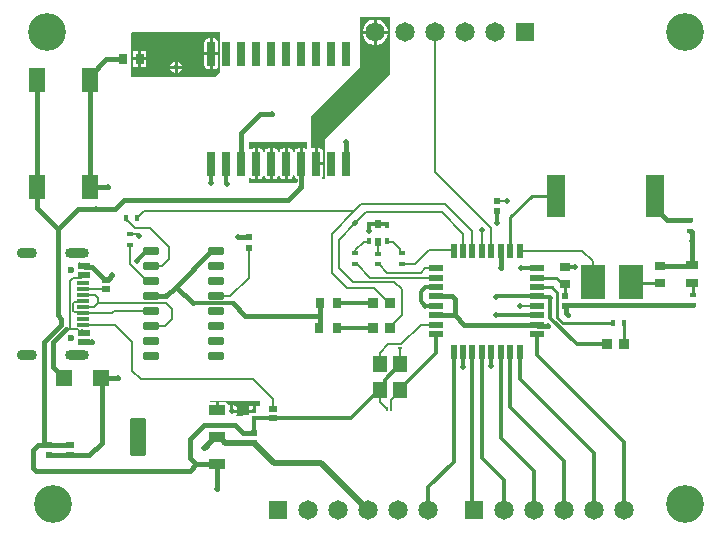
<source format=gtl>
%FSTAX23Y23*%
%MOIN*%
%SFA1B1*%

%IPPOS*%
%AMD16*
4,1,8,0.022700,0.012200,-0.022700,0.012200,-0.025800,0.009200,-0.025800,-0.009200,-0.022700,-0.012200,0.022700,-0.012200,0.025800,-0.009200,0.025800,0.009200,0.022700,0.012200,0.0*
1,1,0.006102,0.022700,0.009200*
1,1,0.006102,-0.022700,0.009200*
1,1,0.006102,-0.022700,-0.009200*
1,1,0.006102,0.022700,-0.009200*
%
%AMD20*
4,1,8,-0.025800,0.059900,-0.025800,-0.059900,-0.021900,-0.063800,0.021900,-0.063800,0.025800,-0.059900,0.025800,0.059900,0.021900,0.063800,-0.021900,0.063800,-0.025800,0.059900,0.0*
1,1,0.007740,-0.021900,0.059900*
1,1,0.007740,-0.021900,-0.059900*
1,1,0.007740,0.021900,-0.059900*
1,1,0.007740,0.021900,0.059900*
%
%AMD21*
4,1,8,-0.025800,0.015600,-0.025800,-0.015600,-0.023000,-0.018300,0.023000,-0.018300,0.025800,-0.015600,0.025800,0.015600,0.023000,0.018300,-0.023000,0.018300,-0.025800,0.015600,0.0*
1,1,0.005496,-0.023000,0.015600*
1,1,0.005496,-0.023000,-0.015600*
1,1,0.005496,0.023000,-0.015600*
1,1,0.005496,0.023000,0.015600*
%
%AMD42*
4,1,8,-0.013000,0.037500,-0.013000,-0.037500,-0.009800,-0.040700,0.009800,-0.040700,0.013000,-0.037500,0.013000,0.037500,0.009800,0.040700,-0.009800,0.040700,-0.013000,0.037500,0.0*
1,1,0.006496,-0.009800,0.037500*
1,1,0.006496,-0.009800,-0.037500*
1,1,0.006496,0.009800,-0.037500*
1,1,0.006496,0.009800,0.037500*
%
%ADD10C,0.007874*%
%ADD15C,0.010000*%
G04~CAMADD=16~8~0.0~0.0~515.7~244.1~30.5~0.0~15~0.0~0.0~0.0~0.0~0~0.0~0.0~0.0~0.0~0~0.0~0.0~0.0~0.0~515.7~244.1*
%ADD16D16*%
%ADD17R,0.055118X0.082677*%
%ADD18R,0.044882X0.011811*%
%ADD19R,0.044882X0.023622*%
G04~CAMADD=20~8~0.0~0.0~1275.6~515.7~38.7~0.0~15~0.0~0.0~0.0~0.0~0~0.0~0.0~0.0~0.0~0~0.0~0.0~0.0~90.0~516.0~1276.0*
%ADD20D20*%
G04~CAMADD=21~8~0.0~0.0~366.1~515.7~27.5~0.0~15~0.0~0.0~0.0~0.0~0~0.0~0.0~0.0~0.0~0~0.0~0.0~0.0~90.0~516.0~366.0*
%ADD21D21*%
%ADD22R,0.047244X0.055118*%
%ADD23R,0.023622X0.021260*%
%ADD24R,0.022000X0.050000*%
%ADD25R,0.050000X0.022000*%
%ADD26R,0.055118X0.055118*%
%ADD27R,0.040000X0.031496*%
%ADD28R,0.078740X0.118110*%
%ADD29R,0.027000X0.018701*%
%ADD30R,0.026378X0.023622*%
%ADD31R,0.019685X0.027559*%
%ADD32R,0.015748X0.021654*%
%ADD33R,0.031890X0.036614*%
%ADD34R,0.011811X0.006890*%
%ADD35R,0.006890X0.011811*%
%ADD36R,0.015748X0.014961*%
%ADD37R,0.060000X0.140000*%
%ADD38R,0.035433X0.025591*%
%ADD39R,0.025591X0.035433*%
%ADD40R,0.023622X0.015748*%
%ADD41R,0.015748X0.023622*%
G04~CAMADD=42~8~0.0~0.0~815.0~260.0~32.5~0.0~15~0.0~0.0~0.0~0.0~0~0.0~0.0~0.0~0.0~0~0.0~0.0~0.0~90.0~260.0~815.0*
%ADD42D42*%
%ADD77C,0.015748*%
%ADD78C,0.011811*%
%ADD79C,0.019685*%
%ADD80R,0.064960X0.064960*%
%ADD81C,0.064960*%
%ADD82O,0.066929X0.035433*%
%ADD83O,0.078740X0.035433*%
%ADD84C,0.023622*%
%ADD85C,0.125984*%
%ADD86C,0.019685*%
%LNTop-1*%
%LPD*%
G36*
X00692Y01578D02*
X00677Y01562D01*
X00397*
Y01708*
X00401Y01712*
X00692*
Y01578*
G37*
G36*
X00984Y01345D02*
Y01325D01*
X0098Y01323*
X00979Y01323*
X00974Y01324*
X00969*
Y01273*
X00959*
Y01324*
X00955*
X00949Y01323*
X00945Y0132*
X00942Y01316*
X00941Y01312*
X00937*
X00936Y01316*
X00934Y0132*
X00929Y01323*
X00924Y01324*
X00919*
Y01273*
Y01222*
X00924*
X00929Y01223*
X00934Y01226*
X00936Y01231*
X00937Y01234*
X00941*
X00942Y01231*
X00945Y01226*
X00949Y01223*
X00952Y01223*
Y01213*
X00948Y01208*
X00791*
Y01225*
X00795Y01227*
X00795Y01226*
X00799Y01223*
X00805Y01222*
X00809*
Y01273*
Y01324*
X00805*
X00799Y01323*
X00795Y0132*
X00795Y0132*
X00791Y01321*
Y01346*
X0098*
X0098Y01346*
X00984Y01345*
G37*
G36*
X01261Y0157D02*
X01042Y01351D01*
Y01222*
X01034*
X01033Y01226*
X01034Y01226*
X01036Y01231*
X01038Y01236*
Y01268*
X01014*
Y01273*
X01009*
Y01324*
X01005*
X01Y01324*
X00997Y01326*
Y01433*
X0116Y01596*
Y01762*
X01261*
Y0157*
G37*
G36*
X00826Y00468D02*
X00824Y00465D01*
X00812*
Y00448*
X00807*
Y00443*
X00789*
Y00436*
X00748Y00431*
X00747Y00435*
X00749Y00437*
X00751Y00443*
X00732*
Y00448*
X00727*
Y00468*
X00724Y00467*
X0072Y00469*
X00719Y0047*
X00717Y00475*
X00712Y00477*
X00707Y00478*
X00689*
Y0045*
X00679*
Y00478*
X00663*
X00661Y00482*
X00661Y00482*
X00661Y00483*
X00826*
Y00468*
G37*
%LNTop-2*%
%LPC*%
G36*
X00674Y0169D02*
X00669D01*
Y01644*
X00688*
Y01677*
X00686Y01682*
X00684Y01686*
X00679Y01689*
X00674Y0169*
G37*
G36*
X00659D02*
X00655D01*
X00649Y01689*
X00645Y01686*
X00642Y01682*
X00641Y01677*
Y01644*
X00659*
Y0169*
G37*
G36*
X00448Y01649D02*
X00431D01*
Y01627*
X00448*
Y01649*
G37*
G36*
X00421D02*
X00403D01*
Y01627*
X00421*
Y01649*
G37*
G36*
X00552Y01613D02*
Y01599D01*
X00566*
X00564Y01605*
X00558Y01611*
X00552Y01613*
G37*
G36*
X00542D02*
X00536Y01611D01*
X0053Y01605*
X00527Y01599*
X00542*
Y01613*
G37*
G36*
X00448Y01617D02*
X00431D01*
Y01594*
X00448*
Y01617*
G37*
G36*
X00421D02*
X00403D01*
Y01594*
X00421*
Y01617*
G37*
G36*
X00688Y01634D02*
X00669D01*
Y01588*
X00674*
X00679Y01589*
X00684Y01592*
X00686Y01596*
X00688Y01602*
Y01634*
G37*
G36*
X00659D02*
X00641D01*
Y01602*
X00642Y01596*
X00645Y01592*
X00649Y01589*
X00655Y01588*
X00659*
Y01634*
G37*
G36*
X00566Y01589D02*
X00552D01*
Y01575*
X00558Y01577*
X00564Y01583*
X00566Y01589*
G37*
G36*
X00542D02*
X00527D01*
X0053Y01583*
X00536Y01577*
X00542Y01575*
Y01589*
G37*
G36*
X00909Y01324D02*
X00905D01*
X00899Y01323*
X00895Y0132*
X00892Y01316*
X00891Y01312*
X00887*
X00886Y01316*
X00884Y0132*
X00879Y01323*
X00874Y01324*
X00869*
Y01273*
Y01222*
X00874*
X00879Y01223*
X00884Y01226*
X00886Y01231*
X00887Y01234*
X00891*
X00892Y01231*
X00895Y01226*
X00899Y01223*
X00905Y01222*
X00909*
Y01273*
Y01324*
G37*
G36*
X00859D02*
X00855D01*
X00849Y01323*
X00845Y0132*
X00842Y01316*
X00841Y01312*
X00837*
X00836Y01316*
X00834Y0132*
X00829Y01323*
X00824Y01324*
X00819*
Y01273*
Y01222*
X00824*
X00829Y01223*
X00834Y01226*
X00836Y01231*
X00837Y01234*
X00841*
X00842Y01231*
X00845Y01226*
X00849Y01223*
X00855Y01222*
X00859*
Y01273*
Y01324*
G37*
G36*
X01217Y01753D02*
X01216D01*
Y01715*
X01254*
Y01716*
X01251Y01727*
X01245Y01736*
X01237Y01744*
X01228Y0175*
X01217Y01753*
G37*
G36*
X01206D02*
X01206D01*
X01195Y0175*
X01185Y01744*
X01177Y01736*
X01172Y01727*
X01169Y01716*
Y01715*
X01206*
Y01753*
G37*
G36*
X01254Y01705D02*
X01216D01*
Y01668*
X01217*
X01228Y01671*
X01237Y01676*
X01245Y01684*
X01251Y01694*
X01254Y01705*
Y01705*
G37*
G36*
X01206D02*
X01169D01*
Y01705*
X01172Y01694*
X01177Y01684*
X01185Y01676*
X01195Y01671*
X01206Y01668*
X01206*
Y01705*
G37*
G36*
X01024Y01324D02*
X01019D01*
Y01278*
X01038*
Y01311*
X01036Y01316*
X01034Y0132*
X01029Y01323*
X01024Y01324*
G37*
G36*
X00737Y00468D02*
Y00453D01*
X00751*
X00749Y0046*
X00743Y00465*
X00737Y00468*
G37*
G36*
X00802Y00465D02*
X00789D01*
Y00453*
X00802*
Y00465*
G37*
%LNTop-3*%
%LPD*%
G54D10*
X01295Y00604D02*
Y00657D01*
X01937Y00877D02*
Y00948D01*
X01692Y00983D02*
X01901D01*
X01937Y00948*
X01411Y01245D02*
Y0171D01*
Y01245D02*
X01598Y01059D01*
Y00983D02*
Y01059D01*
X01692Y00799D02*
X01751D01*
X01692D02*
D01*
X01618Y01149D02*
X01649D01*
X01297Y00671D02*
X01362Y00736D01*
X01413*
X01295Y00671D02*
X01297D01*
X01228Y00478D02*
X0125Y00456D01*
X01228Y00478D02*
Y00517D01*
X01293Y00519D02*
Y00523D01*
Y00515D02*
Y00519D01*
X01263Y00456D02*
Y00486D01*
X01293Y00515*
X01226Y00606D02*
Y00643D01*
X01253Y00671D02*
X01295D01*
X01226Y00643D02*
X01253Y00671D01*
X00153Y00952D02*
X00153D01*
X00231Y00933D02*
X00239D01*
X00223Y0094D02*
X00231Y00933D01*
X00192Y0072D02*
Y00881D01*
X00204Y00893D02*
X00231D01*
X00239Y00901*
X00192Y00881D02*
X00204Y00893D01*
X00192Y0072D02*
X0022D01*
X00181D02*
X00192D01*
X00287Y00807D02*
X00515D01*
X00535Y00787*
Y00755D02*
Y00787D01*
X00511Y00732D02*
X00535Y00755D01*
X00462Y00732D02*
X00511D01*
X00238Y00795D02*
X00275D01*
X00287Y00807D02*
Y00825D01*
X00275Y00795D02*
X00287Y00807D01*
X00238Y00834D02*
X00278D01*
X00287Y00825*
X00204Y00808D02*
X00209Y00812D01*
X00204Y00782D02*
Y00808D01*
Y00782D02*
X00209Y00777D01*
X00236*
X00209Y00812D02*
X00236D01*
X00238Y00814*
X00236Y00777D02*
X00238Y00775D01*
X0022Y0072D02*
X00225Y00715D01*
X00233*
X00439Y01114D02*
X01141D01*
X01066Y01039D02*
X01141Y01114D01*
X01165Y01137*
X00416Y0109D02*
X00439Y01114D01*
X01566Y00983D02*
Y01051D01*
D01*
X00238Y00854D02*
X00239Y00854D01*
X00314D02*
X00314Y00854D01*
X00239Y00854D02*
X00314D01*
X0087Y00456D02*
Y00488D01*
X00429Y00555D02*
X00803D01*
X0087Y00488*
X00401Y00582D02*
X00429Y00555D01*
X00401Y00582D02*
Y00677D01*
X00342Y00736D02*
X00401Y00677D01*
X00238Y00736D02*
X00342D01*
X00238Y00775D02*
X00334D01*
X00341Y00782D02*
X00462D01*
X00334Y00775D02*
X00341Y00782D01*
X0068Y0083D02*
X00728D01*
X00679Y00832D02*
X0068Y0083D01*
X00791Y00893D02*
Y00993D01*
X00728Y0083D02*
X00791Y00893D01*
X01145Y01074D02*
X01181Y0111D01*
X0109Y01019D02*
X01145Y01074D01*
X00418Y01038D02*
X00425Y01031D01*
X00393Y01038D02*
X00418D01*
X00393Y00937D02*
X00449Y00882D01*
X00393Y00937D02*
Y01001D01*
X00449Y00882D02*
X00462D01*
Y00932D02*
X00499D01*
X00523Y00956*
Y00996*
X0046Y01059D02*
X00523Y00996D01*
X00411Y01059D02*
X0046D01*
X00383Y01082D02*
X00387D01*
X00411Y01059*
X00379Y01086D02*
Y0109D01*
Y01086D02*
X00383Y01082D01*
X01444Y01137D02*
X01535Y01047D01*
Y00983D02*
Y01047D01*
X01165Y01137D02*
X01444D01*
X01066Y00909D02*
X01118Y00858D01*
X01066Y00909D02*
Y01039D01*
X01118Y00858D02*
X01208D01*
X01259Y00807D02*
Y00809D01*
X01247Y00821D02*
X01259Y00809D01*
X01245Y00821D02*
X01247D01*
X01208Y00858D02*
X01245Y00821D01*
X01503Y00983D02*
Y01039D01*
X01433Y0111D02*
X01503Y01039D01*
X01181Y0111D02*
X01433D01*
X0109Y00925D02*
Y01019D01*
Y00925D02*
X01137Y00877D01*
X01275*
X01299Y00854*
Y00767D02*
Y00854D01*
X01259Y00727D02*
X01299Y00767D01*
X01259Y00725D02*
Y00727D01*
X01295Y00978D02*
X01299Y00974D01*
X01295Y00978D02*
Y00988D01*
X01271Y01011D02*
X01295Y00988D01*
X01252Y01011D02*
X01271D01*
X01249Y01015D02*
Y01016D01*
Y01015D02*
X01252Y01011D01*
X01145Y00974D02*
Y00984D01*
Y00974D02*
D01*
X01172Y0101D02*
X01187D01*
X01191Y01014D02*
Y01016D01*
X01187Y0101D02*
X01191Y01014D01*
X01145Y00984D02*
X01172Y0101D01*
X0122Y00973D02*
Y01013D01*
X01295Y00974D02*
X01299D01*
X01472Y00984D02*
X01472Y00983D01*
X01389Y00984D02*
X01472D01*
X01299Y00937D02*
X01343D01*
X01389Y00984*
X01362Y00909D02*
X01377Y00925D01*
X01413*
X01251Y00909D02*
X01362D01*
X01224Y00937D02*
X01251Y00909D01*
X0122Y00937D02*
X01224D01*
X01149Y00937D02*
X01193Y00893D01*
X01413*
X01145Y00937D02*
X01149D01*
G54D15*
X01818Y00759D02*
X01836Y00742D01*
X01818Y00759D02*
Y00842D01*
X01799Y00862D02*
X01818Y00842D01*
X01751Y00862D02*
X01799D01*
X01751Y00893D02*
X01813D01*
X01732Y01165D02*
X01814D01*
X01837Y0087D02*
X01842D01*
X01813Y00893D02*
X01837Y0087D01*
X01842Y00833D02*
Y0087D01*
X01836Y00742D02*
X02005D01*
X02268Y00876D02*
X02271Y00874D01*
Y00836D02*
Y00874D01*
X02041Y00673D02*
Y00742D01*
X02039Y00671D02*
X02041Y00673D01*
X02062Y00877D02*
X02064Y00875D01*
X02161*
X01661Y00983D02*
Y01094D01*
X01732Y01165*
G54D16*
X00679Y00982D03*
Y00932D03*
Y00882D03*
Y00832D03*
Y00782D03*
Y00732D03*
Y00682D03*
Y00632D03*
X00462D03*
Y00682D03*
Y00732D03*
Y00782D03*
Y00832D03*
Y00882D03*
Y00932D03*
Y00982D03*
G54D17*
X00259Y01553D03*
Y01194D03*
X00082D03*
Y01553D03*
G54D18*
X00238Y00736D03*
Y00755D03*
Y00775D03*
Y00795D03*
Y00874D03*
Y00854D03*
Y00834D03*
Y00814D03*
G54D19*
X00239Y00901D03*
Y00709D03*
Y00677D03*
Y00933D03*
G54D20*
X00421Y0036D03*
G54D21*
X00684Y0045D03*
Y0036D03*
Y0027D03*
G54D22*
X01293Y00606D03*
Y00519D03*
X01226D03*
Y00606D03*
G54D23*
X01842Y00833D03*
Y00799D03*
X00125Y00335D03*
Y00301D03*
X00807Y00341D03*
Y00375D03*
X00791Y01027D03*
Y00993D03*
X01618Y01149D03*
Y01115D03*
G54D24*
X01472Y00983D03*
X01503D03*
X01535D03*
X01566D03*
X01598D03*
X01629D03*
X01661D03*
X01692D03*
Y00645D03*
X01661D03*
X01629D03*
X01598D03*
X01566D03*
X01535D03*
X01503D03*
X01472D03*
G54D25*
X01751Y00925D03*
Y00893D03*
Y00862D03*
Y0083D03*
Y00799D03*
Y00767D03*
Y00736D03*
Y00704D03*
X01413D03*
Y00736D03*
Y00767D03*
Y00799D03*
Y0083D03*
Y00862D03*
Y00893D03*
Y00925D03*
G54D26*
X00297Y00559D03*
X00174D03*
G54D27*
X02268Y00876D03*
Y00934D03*
G54D28*
X01937Y00877D03*
X02062D03*
G54D29*
X00314Y00886D03*
Y00854D03*
X0087Y00456D03*
Y00424D03*
G54D30*
X00192Y00301D03*
Y00335D03*
G54D31*
X0122Y01013D03*
Y01072D03*
G54D32*
X01249Y01016D03*
Y01069D03*
X01191Y01016D03*
Y01069D03*
G54D33*
X01259Y00725D03*
X01204D03*
X01259Y00807D03*
X01204D03*
X01984Y00671D03*
X02039D03*
G54D34*
X01295Y00657D03*
Y00671D03*
G54D35*
X01249Y00456D03*
X01263D03*
G54D36*
X00807Y00425D03*
Y00448D03*
G54D37*
X02145Y01165D03*
X01814D03*
G54D38*
X02161Y00875D03*
Y00933D03*
X01842Y0087D03*
Y00927D03*
G54D39*
X01082Y00725D03*
X01025D03*
X01083Y00807D03*
X01026D03*
X00426Y01622D03*
X00369D03*
G54D40*
X02259Y01049D03*
Y01085D03*
X02271Y00836D03*
Y008D03*
X00393Y01001D03*
Y01038D03*
X01145Y00974D03*
Y00937D03*
X0122Y00973D03*
Y00937D03*
X01299Y00974D03*
Y00937D03*
G54D41*
X00379Y0109D03*
X00416D03*
X02041Y00742D03*
X02005D03*
G54D42*
X00664Y01639D03*
X00714D03*
X00764D03*
X00814D03*
X00864D03*
X00914D03*
X00964D03*
X01014D03*
X01064D03*
X01114D03*
Y01273D03*
X01064D03*
X01014D03*
X00964D03*
X00914D03*
X00864D03*
X00814D03*
X00764D03*
X00714D03*
X00664D03*
G54D77*
X01843Y00799D02*
X01846Y00796D01*
X01842Y00799D02*
X01843D01*
X01846Y00776D02*
Y00796D01*
Y00776D02*
X01854Y00768D01*
Y00767D02*
Y00768D01*
X02268Y00934D02*
Y01044D01*
X00165Y00736D02*
Y00755D01*
X00106Y00335D02*
Y00677D01*
X01629Y00925D02*
Y00983D01*
X00826Y01437D02*
X00866D01*
X00764Y01375D02*
X00826Y01437D01*
X00764Y01273D02*
Y01375D01*
X00267Y00677D02*
X00267Y00677D01*
X00239Y00677D02*
X00267D01*
X00239Y00677D02*
X00239Y00677D01*
X00153Y01055D02*
X0022Y01122D01*
X00279*
X00153Y00767D02*
X00165Y00755D01*
X00153Y00952D02*
Y01055D01*
X00153Y00767D02*
Y00952D01*
X00082Y01125D02*
X00153Y01055D01*
X00082Y01125D02*
Y01194D01*
Y01553*
X00684Y00189D02*
Y0027D01*
Y00189D02*
X00685Y00188D01*
X00137Y00595D02*
Y00677D01*
X00181Y0072*
X01114Y01273D02*
Y01345D01*
X01114Y01346D02*
X01114Y01345D01*
X01026Y00725D02*
Y00766D01*
Y00806D02*
X01026Y00807D01*
X01026Y00766D02*
Y00806D01*
X01025Y00725D02*
X01026Y00725D01*
X00297Y00559D02*
X00354D01*
X00921Y01153D02*
X00964Y01196D01*
X00374Y01153D02*
X00921D01*
X00342Y01122D02*
X00374Y01153D01*
X00279Y01122D02*
X00342D01*
X00314Y00886D02*
X00319D01*
X00334Y00901*
X00546Y00862D02*
X00665Y00982D01*
X00515Y00832D02*
X00546Y00862D01*
X00602Y00807*
X00777Y00766D02*
X01026D01*
X00736Y00807D02*
X00777Y00766D01*
X00964Y01197D02*
Y01273D01*
X00755Y01027D02*
X00791D01*
X00755D02*
D01*
X00259Y01194D02*
X0032D01*
X00105Y00334D02*
X00124D01*
X00086D02*
X00105D01*
X00106Y00335*
Y00677D02*
X00165Y00736D01*
X00243Y00929D02*
X00267D01*
X00239Y00933D02*
X00243Y00929D01*
X0031Y00886D02*
X00314D01*
X00267Y00929D02*
X0031Y00886D01*
X00137Y00595D02*
X00174Y00559D01*
X00462Y00832D02*
X00515D01*
X00665Y00982D02*
X00679D01*
X00299Y00342D02*
Y00557D01*
X00297Y00559D02*
X00299Y00557D01*
X00258Y00301D02*
X00299Y00342D01*
X00192Y00301D02*
X00258D01*
X0007Y00257D02*
X0008Y00248D01*
X00593*
X00615Y0027*
X0007Y00257D02*
Y00318D01*
X00086Y00334*
X00124D02*
X00125Y00335D01*
Y00301D02*
X00125Y00301D01*
X00192D02*
X00192Y00301D01*
X00125Y00301D02*
X00192D01*
X00125Y00335D02*
X00192D01*
X00192Y00335*
X00125Y00335D02*
X00125Y00335D01*
X00259Y01194D02*
Y01553D01*
X01413Y0083D02*
X01467D01*
X01476Y00821*
Y00767D02*
Y00821D01*
Y00767D02*
X01507Y00736D01*
X01413Y00767D02*
X01476D01*
X01507Y00736D02*
X01751D01*
X01754Y00733*
X01787*
X01842Y00799D02*
X01843Y008D01*
X02271*
X00259Y01566D02*
X00314Y01622D01*
X00259Y01553D02*
Y01566D01*
X00314Y01622D02*
X00369D01*
X00869Y00425D02*
X0087Y00424D01*
X0077Y00375D02*
X00807D01*
X00744Y00401D02*
X0077Y00375D01*
X00641Y00401D02*
X00744D01*
X00594Y00354D02*
X00641Y00401D01*
X00594Y00291D02*
Y00354D01*
X00615Y0027D02*
X00684D01*
X00594Y00291D02*
X00615Y0027D01*
X02145Y01125D02*
Y01165D01*
X02259Y01049D02*
X02263D01*
X02268Y01044*
X02268Y00933D02*
X02268Y00934D01*
X02161Y00933D02*
X02268D01*
X02185Y01085D02*
X02259D01*
X02145Y01125D02*
X02185Y01085D01*
X02161Y00933D02*
X02161Y00933D01*
G54D78*
X01793Y00828D02*
X01795Y00826D01*
Y00759D02*
X01883Y00671D01*
X01754Y00828D02*
X01793D01*
X01795Y00759D02*
Y00826D01*
X01751Y0083D02*
X01754Y00828D01*
X01876Y00928D02*
X01877Y00929D01*
X01843Y00928D02*
X01876D01*
X01842Y00927D02*
X01843Y00928D01*
X01244Y00553D02*
X01295Y00604D01*
X01618Y01074D02*
Y01115D01*
X01208Y00498D02*
X01226Y00515D01*
X01204Y00498D02*
X01208D01*
X01131Y00424D02*
X01204Y00498D01*
X01226Y00515D02*
Y00519D01*
X0087Y00424D02*
X01131D01*
X01413Y00643D02*
Y00704D01*
X01293Y00523D02*
X01413Y00643D01*
X01244Y00537D02*
Y00553D01*
X01226Y00519D02*
X01244Y00537D01*
X01616Y00767D02*
X01751D01*
X01615Y00768D02*
X01616Y00767D01*
X01751Y0083D02*
X01751Y0083D01*
X01614Y00829D02*
X01614Y0083D01*
X01751*
X00233Y00715D02*
X00239Y00709D01*
X00417Y00948D02*
Y0095D01*
X00449Y00982*
X00462*
X00602Y00807D02*
X00736D01*
X00964Y01196D02*
X00964Y01197D01*
X01191Y01048D02*
Y01069D01*
X00664Y01209D02*
Y01273D01*
Y01209D02*
X00665Y01208D01*
X01503Y00594D02*
Y00645D01*
X01082Y00725D02*
X01204D01*
X01083Y00807D02*
X01204D01*
X00715Y01205D02*
X00716Y01204D01*
X00714Y01273D02*
X00715Y01272D01*
Y01205D02*
Y01272D01*
X01751Y00767D02*
D01*
X01218Y01071D02*
X0122Y01072D01*
X01191Y01069D02*
X01193Y01071D01*
X01218*
X0122Y01072D02*
X01221Y01071D01*
X01247D02*
X01249Y01069D01*
X01221Y01071D02*
X01247D01*
X01377Y00799D02*
X01413D01*
X01362Y00814D02*
X01377Y00799D01*
X01362Y00814D02*
Y00846D01*
X01377Y00862*
X01413*
X01883Y00671D02*
X01984D01*
X00807Y00375D02*
Y00425D01*
X00869*
X01388Y00196D02*
X01472Y00279D01*
Y00645*
X01388Y00118D02*
Y00196D01*
X01535Y00122D02*
X01539Y00118D01*
X01535Y00122D02*
Y00645D01*
X01566Y00291D02*
Y00645D01*
X01639Y00118D02*
Y00218D01*
X01566Y00291D02*
X01639Y00218D01*
X01629Y00358D02*
Y00645D01*
Y00358D02*
X01739Y00248D01*
Y00118D02*
Y00248D01*
X01661Y0046D02*
Y00645D01*
Y0046D02*
X01839Y00282D01*
Y00118D02*
Y00282D01*
X01692Y00555D02*
Y00645D01*
X01939Y00118D02*
Y00308D01*
X01692Y00555D02*
X01939Y00308D01*
X01751Y00634D02*
Y00704D01*
Y00634D02*
X02039Y00346D01*
Y00118D02*
Y00346D01*
X01661Y00645D02*
D01*
X01598Y00598D02*
Y00645D01*
X01696Y00925D02*
X01751D01*
Y00704D02*
X01751Y00704D01*
G54D79*
X00677Y0036D02*
X00684D01*
X00692D02*
X00711Y00341D01*
X00807*
X00808*
X00684Y0036D02*
X00692D01*
X00643Y00326D02*
X00677Y0036D01*
X00641Y00326D02*
X00643D01*
X00808Y00341D02*
X00873Y00275D01*
X01031*
X01188Y00118*
G54D80*
X00888Y00118D03*
X01539D03*
X01711Y0171D03*
G54D81*
X00988Y00118D03*
X01088D03*
X01188D03*
X01288D03*
X01388D03*
X01639D03*
X01739D03*
X01839D03*
X01939D03*
X02039D03*
X01611Y0171D03*
X01511D03*
X01411D03*
X01311D03*
X01211D03*
G54D82*
X00051Y00634D03*
Y00975D03*
G54D83*
X00216Y00634D03*
Y00975D03*
G54D84*
X00196Y00691D03*
Y00918D03*
G54D85*
X02244Y01712D03*
Y00137D03*
X00118Y01712D03*
X00137Y00137D03*
G54D86*
X01854Y00767D03*
X01795Y00826D03*
X01877Y00929D03*
X01692Y00799D03*
X01618Y01074D03*
X01649Y01149D03*
X01629Y00925D03*
X01615Y00768D03*
X01614Y00829D03*
X00866Y01437D03*
X00267Y00677D03*
X00685Y00188D03*
X00165Y00755D03*
X01114Y01345D03*
X00515Y00832D03*
X00547Y01594D03*
X00641Y00326D03*
X00354Y00559D03*
X00279Y01122D03*
X00334Y00901D03*
X00417Y00948D03*
X00964Y01196D03*
X01191Y01048D03*
X01026Y00766D03*
X01507Y00736D03*
X01566Y01051D03*
X00755Y01027D03*
X0032Y01194D03*
X00425Y01031D03*
X01145Y01074D03*
X00665Y01208D03*
X01503Y00594D03*
X00716Y01204D03*
X01377Y00799D03*
X02267Y01015D03*
X01787Y00733D03*
X00732Y00448D03*
X01598Y00598D03*
X01696Y00925D03*
M02*
</source>
